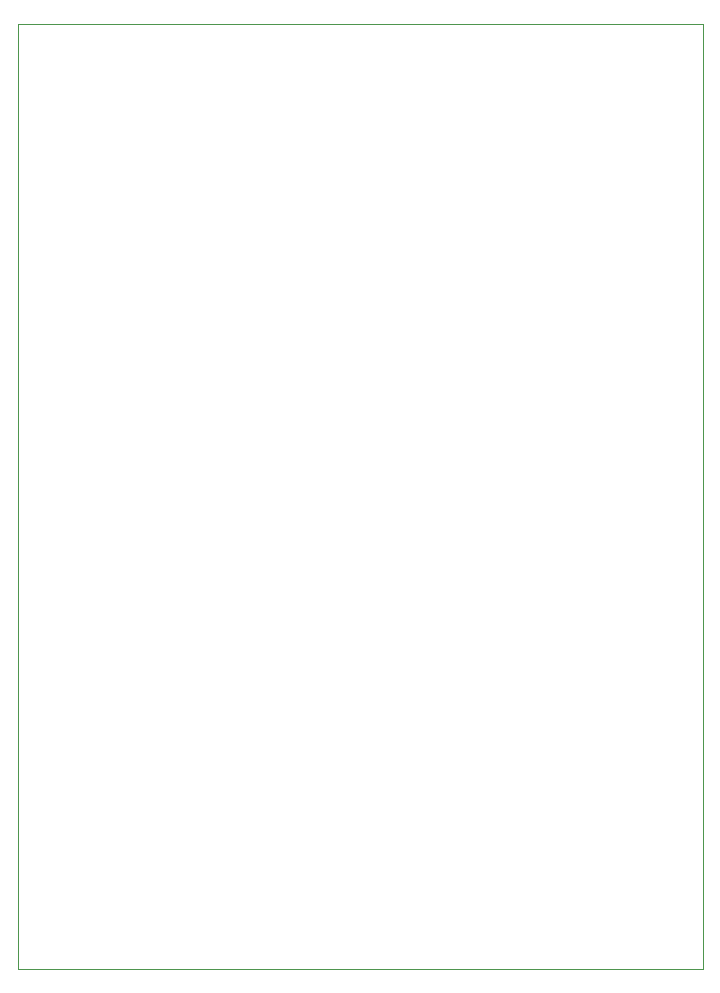
<source format=gbr>
%TF.GenerationSoftware,KiCad,Pcbnew,6.0.7-f9a2dced07~116~ubuntu20.04.1*%
%TF.CreationDate,2022-08-30T20:59:12+02:00*%
%TF.ProjectId,mc unit,6d632075-6e69-4742-9e6b-696361645f70,rev?*%
%TF.SameCoordinates,Original*%
%TF.FileFunction,Profile,NP*%
%FSLAX46Y46*%
G04 Gerber Fmt 4.6, Leading zero omitted, Abs format (unit mm)*
G04 Created by KiCad (PCBNEW 6.0.7-f9a2dced07~116~ubuntu20.04.1) date 2022-08-30 20:59:12*
%MOMM*%
%LPD*%
G01*
G04 APERTURE LIST*
%TA.AperFunction,Profile*%
%ADD10C,0.100000*%
%TD*%
G04 APERTURE END LIST*
D10*
X28000000Y-105500000D02*
X86000000Y-105500000D01*
X86000000Y-105500000D02*
X86000000Y-185500000D01*
X86000000Y-185500000D02*
X28000000Y-185500000D01*
X28000000Y-185500000D02*
X28000000Y-105500000D01*
M02*

</source>
